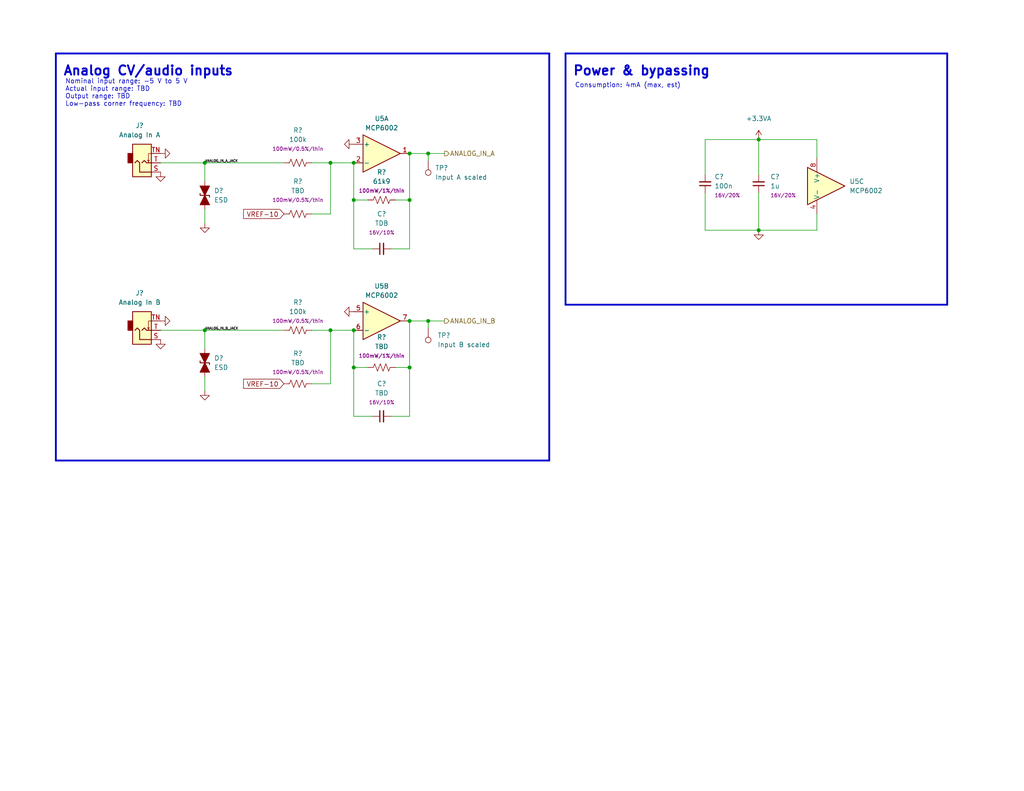
<source format=kicad_sch>
(kicad_sch (version 20230121) (generator eeschema)
  (paper "USLetter")
  (title_block (title "Big Honking Button") (date "2023-08-02") (rev "v5") (company "Winterbloom") (comment 1 "Alethea Flowers") (comment 2 "CERN-OHL-P V2"))
  (lib_symbols
    (symbol "Connector:TestPoint" (pin_numbers hide) (pin_names (offset 0.762) hide)
      (property "Reference" "TP" (at 0 6.858 0))
      (property "Value" "TestPoint" (at 0 5.08 0))
      (symbol "TestPoint_0_1"
        (circle (center 0 3.302) (radius 0.762))
      )
      (symbol "TestPoint_1_1"
        (pin passive line (at 0 0 90) (length 2.54) (name "1") (number "1"))
      )
    )
    (symbol "Device:C_Small" (pin_numbers hide) (pin_names (offset 0.254) hide)
      (property "Reference" "C" (at 0.254 1.778 0))
      (property "Value" "C_Small" (at 0.254 -2.032 0))
      (symbol "C_Small_0_1"
        (polyline (pts (xy -1.524 -0.508) (xy 1.524 -0.508)) (stroke (width 0.3302)))
        (polyline (pts (xy -1.524 0.508) (xy 1.524 0.508)) (stroke (width 0.3048)))
      )
      (symbol "C_Small_1_1"
        (pin passive line (at 0 2.54 270) (length 2.032) (name "~") (number "1"))
        (pin passive line (at 0 -2.54 90) (length 2.032) (name "~") (number "2"))
      )
    )
    (symbol "Device:D_TVS_Filled" (pin_numbers hide) (pin_names (offset 1.016) hide)
      (property "Reference" "D" (at 0 2.54 0))
      (property "Value" "D_TVS_Filled" (at 0 -2.54 0))
      (symbol "D_TVS_Filled_0_1"
        (polyline (pts (xy 1.27 0) (xy -1.27 0)))
        (polyline (pts (xy -2.54 -1.27) (xy 0 0) (xy -2.54 1.27) (xy -2.54 -1.27)) (stroke (width 0.254)) (fill (type outline)))
        (polyline (pts (xy 0.508 1.27) (xy 0 1.27) (xy 0 -1.27) (xy -0.508 -1.27)) (stroke (width 0.254)))
        (polyline (pts (xy 2.54 1.27) (xy 2.54 -1.27) (xy 0 0) (xy 2.54 1.27)) (stroke (width 0.254)) (fill (type outline)))
      )
      (symbol "D_TVS_Filled_1_1"
        (pin passive line (at -3.81 0 0) (length 2.54) (name "A1") (number "1"))
        (pin passive line (at 3.81 0 180) (length 2.54) (name "A2") (number "2"))
      )
    )
    (symbol "Device:R_US" (pin_numbers hide) (pin_names (offset 0))
      (property "Reference" "R" (at 2.54 0 90))
      (property "Value" "R_US" (at -2.54 0 90))
      (symbol "R_US_0_1"
        (polyline (pts (xy 0 -2.286) (xy 0 -2.54)))
        (polyline (pts (xy 0 2.286) (xy 0 2.54)))
        (polyline (pts (xy 0 -0.762) (xy 1.016 -1.143) (xy 0 -1.524) (xy -1.016 -1.905) (xy 0 -2.286)))
        (polyline (pts (xy 0 0.762) (xy 1.016 0.381) (xy 0 0) (xy -1.016 -0.381) (xy 0 -0.762)))
        (polyline (pts (xy 0 2.286) (xy 1.016 1.905) (xy 0 1.524) (xy -1.016 1.143) (xy 0 0.762)))
      )
      (symbol "R_US_1_1"
        (pin passive line (at 0 3.81 270) (length 1.27) (name "~") (number "1"))
        (pin passive line (at 0 -3.81 90) (length 1.27) (name "~") (number "2"))
      )
    )
    (symbol "power:+3.3VA" (power) (pin_names (offset 0))
      (property "Value" "+3.3VA" (at 0 3.556 0))
      (symbol "+3.3VA_0_1"
        (polyline (pts (xy -0.762 1.27) (xy 0 2.54)))
        (polyline (pts (xy 0 0) (xy 0 2.54)))
        (polyline (pts (xy 0 2.54) (xy 0.762 1.27)))
      )
      (symbol "+3.3VA_1_1"
        (pin power_in line (at 0 0 90) (length 0) hide (name "+3.3VA") (number "1"))
      )
    )
    (symbol "power:GND" (power) (pin_names (offset 0))
      (property "Value" "GND" (at 0 -3.81 0))
      (symbol "GND_0_1"
        (polyline (pts (xy 0 0) (xy 0 -1.27) (xy 1.27 -1.27) (xy 0 -2.54) (xy -1.27 -1.27) (xy 0 -1.27)))
      )
      (symbol "GND_1_1"
        (pin power_in line (at 0 0 270) (length 0) hide (name "GND") (number "1"))
      )
    )
    (symbol "winterbloom:Eurorack_Mono_Jack" (pin_names hide)
      (property "Reference" "J" (at 3.302 -4.064 0))
      (property "Value" "Eurorack_Mono_Jack" (at 0 5.08 0))
      (symbol "Eurorack_Mono_Jack_0_1"
        (rectangle (start -2.54 -5.08) (end 2.54 3.81) (stroke (width 0.254)) (fill (type background)))
        (polyline (pts (xy -1.778 -1.016) (xy -2.032 -0.508)))
        (polyline (pts (xy -2.54 1.27) (xy -1.778 1.27) (xy -1.778 -1.016) (xy -1.524 -0.508)))
        (polyline (pts (xy 0 -1.27) (xy -0.635 -0.635) (xy -1.27 -1.27) (xy -2.54 -1.27)) (stroke (width 0.254)))
        (polyline (pts (xy -2.54 -3.81) (xy 0.635 -3.81) (xy 0.635 -1.27) (xy 1.27 -0.635) (xy 1.905 -1.27)) (stroke (width 0.254)))
        (rectangle (start 2.54 -1.27) (end 3.81 1.27) (stroke (width 0.254)) (fill (type outline)))
      )
      (symbol "Eurorack_Mono_Jack_1_1"
        (pin passive line (at -5.08 -3.81 0) (length 2.54) (name "Sleeve") (number "S"))
        (pin passive line (at -5.08 -1.27 0) (length 2.54) (name "Tip") (number "T"))
        (pin passive line (at -5.08 1.27 0) (length 2.54) (name "Tip_normalize") (number "TN"))
      )
    )
    (symbol "winterbloom:MCP6002" (pin_names (offset 0.127))
      (property "Reference" "U" (at 1.016 3.048 0))
      (property "Value" "MCP6002" (at 0.762 -3.302 0))
      (symbol "MCP6002_1_1"
        (polyline (pts (xy -5.08 5.08) (xy 5.08 0) (xy -5.08 -5.08) (xy -5.08 5.08)) (stroke (width 0.254)) (fill (type background)))
        (pin output line (at 7.62 0 180) (length 2.54) (name "~") (number "1"))
        (pin input line (at -7.62 -2.54 0) (length 2.54) (name "-") (number "2"))
        (pin input line (at -7.62 2.54 0) (length 2.54) (name "+") (number "3"))
      )
      (symbol "MCP6002_2_1"
        (polyline (pts (xy -5.08 5.08) (xy 5.08 0) (xy -5.08 -5.08) (xy -5.08 5.08)) (stroke (width 0.254)) (fill (type background)))
        (pin input line (at -7.62 2.54 0) (length 2.54) (name "+") (number "5"))
        (pin input line (at -7.62 -2.54 0) (length 2.54) (name "-") (number "6"))
        (pin output line (at 7.62 0 180) (length 2.54) (name "~") (number "7"))
      )
      (symbol "MCP6002_3_1"
        (polyline (pts (xy -5.08 5.08) (xy 5.08 0) (xy -5.08 -5.08) (xy -5.08 5.08)) (stroke (width 0.254)) (fill (type background)))
        (pin power_in line (at -2.54 -7.62 90) (length 3.81) (name "V-") (number "4"))
        (pin power_in line (at -2.54 7.62 270) (length 3.81) (name "V+") (number "8"))
      )
    )
  )
  (junction (at 111.76 54.61))
  (junction (at 111.76 100.33))
  (junction (at 96.52 90.17))
  (junction (at 111.76 87.63))
  (junction (at 90.17 90.17))
  (junction (at 96.52 44.45))
  (junction (at 96.52 54.61))
  (junction (at 207.01 62.865))
  (junction (at 55.88 44.45))
  (junction (at 116.84 87.63))
  (junction (at 96.52 100.33))
  (junction (at 116.84 41.91))
  (junction (at 55.88 90.17))
  (junction (at 90.17 44.45))
  (junction (at 207.01 38.1))
  (junction (at 111.76 41.91))
  (wire (pts (xy 43.815 90.17) (xy 55.88 90.17)))
  (wire (pts (xy 90.17 104.775) (xy 90.17 90.17)))
  (wire (pts (xy 85.09 104.775) (xy 90.17 104.775)))
  (wire (pts (xy 90.17 58.42) (xy 90.17 44.45)))
  (wire (pts (xy 116.84 89.535) (xy 116.84 87.63)))
  (wire (pts (xy 116.84 41.91) (xy 121.285 41.91)))
  (wire (pts (xy 207.01 62.865) (xy 222.885 62.865)))
  (polyline (pts (xy 15.24 14.605) (xy 15.24 125.73)) (stroke (width 0.5) (type solid)))
  (wire (pts (xy 55.88 90.17) (xy 77.47 90.17)))
  (wire (pts (xy 90.17 90.17) (xy 96.52 90.17)))
  (wire (pts (xy 192.405 47.625) (xy 192.405 38.1)))
  (wire (pts (xy 192.405 52.705) (xy 192.405 62.865)))
  (wire (pts (xy 101.6 67.945) (xy 96.52 67.945)))
  (wire (pts (xy 85.09 58.42) (xy 90.17 58.42)))
  (polyline (pts (xy 154.305 14.605) (xy 154.305 83.185)) (stroke (width 0.5) (type solid)))
  (wire (pts (xy 111.76 54.61) (xy 111.76 41.91)))
  (wire (pts (xy 222.885 38.1) (xy 207.01 38.1)))
  (wire (pts (xy 85.09 44.45) (xy 90.17 44.45)))
  (wire (pts (xy 222.885 58.42) (xy 222.885 62.865)))
  (wire (pts (xy 222.885 38.1) (xy 222.885 43.18)))
  (polyline (pts (xy 154.305 14.605) (xy 258.445 14.605)) (stroke (width 0.5) (type solid)))
  (wire (pts (xy 192.405 38.1) (xy 207.01 38.1)))
  (wire (pts (xy 207.01 52.705) (xy 207.01 62.865)))
  (wire (pts (xy 96.52 67.945) (xy 96.52 54.61)))
  (polyline (pts (xy 258.445 83.185) (xy 154.305 83.185)) (stroke (width 0.5) (type solid)))
  (wire (pts (xy 55.88 90.17) (xy 55.88 95.25)))
  (wire (pts (xy 106.68 67.945) (xy 111.76 67.945)))
  (wire (pts (xy 111.76 100.33) (xy 111.76 87.63)))
  (wire (pts (xy 207.01 38.1) (xy 207.01 47.625)))
  (wire (pts (xy 96.52 100.33) (xy 100.33 100.33)))
  (polyline (pts (xy 258.445 14.605) (xy 258.445 83.185)) (stroke (width 0.5) (type solid)))
  (wire (pts (xy 101.6 113.665) (xy 96.52 113.665)))
  (wire (pts (xy 106.68 113.665) (xy 111.76 113.665)))
  (wire (pts (xy 96.52 54.61) (xy 100.33 54.61)))
  (polyline (pts (xy 15.24 14.605) (xy 149.86 14.605)) (stroke (width 0.5) (type solid)))
  (wire (pts (xy 111.76 67.945) (xy 111.76 54.61)))
  (wire (pts (xy 107.95 100.33) (xy 111.76 100.33)))
  (wire (pts (xy 111.76 41.91) (xy 116.84 41.91)))
  (wire (pts (xy 107.95 54.61) (xy 111.76 54.61)))
  (wire (pts (xy 111.76 87.63) (xy 116.84 87.63)))
  (wire (pts (xy 90.17 44.45) (xy 96.52 44.45)))
  (wire (pts (xy 111.76 113.665) (xy 111.76 100.33)))
  (wire (pts (xy 55.88 57.15) (xy 55.88 60.96)))
  (wire (pts (xy 43.815 44.45) (xy 55.88 44.45)))
  (wire (pts (xy 55.88 102.87) (xy 55.88 106.68)))
  (polyline (pts (xy 149.86 125.73) (xy 15.24 125.73)) (stroke (width 0.5) (type solid)))
  (wire (pts (xy 96.52 44.45) (xy 96.52 54.61)))
  (wire (pts (xy 55.88 44.45) (xy 55.88 49.53)))
  (wire (pts (xy 192.405 62.865) (xy 207.01 62.865)))
  (wire (pts (xy 96.52 113.665) (xy 96.52 100.33)))
  (polyline (pts (xy 149.86 14.605) (xy 149.86 125.73)) (stroke (width 0.5) (type solid)))
  (wire (pts (xy 116.84 87.63) (xy 121.285 87.63)))
  (wire (pts (xy 55.88 44.45) (xy 77.47 44.45)))
  (wire (pts (xy 85.09 90.17) (xy 90.17 90.17)))
  (wire (pts (xy 116.84 41.91) (xy 116.84 43.815)))
  (wire (pts (xy 96.52 90.17) (xy 96.52 100.33)))
  (text "Nominal input range: -5 V to 5 V\nActual input range: TBD\nOutput range: TBD\nLow-pass corner frequency: TBD\n" (at 17.78 29.21 0) (effects (font (size 1.27 1.27)) (justify left bottom)))
  (text "Consumption: 4mA (max, est)" (at 156.845 24.13 0) (effects (font (size 1.27 1.27)) (justify left bottom)))
  (text "Analog CV/audio inputs" (at 17.145 20.955 0) (effects (font (size 2.54 2.54) (thickness 0.508) bold) (justify left bottom)))
  (text "Power & bypassing" (at 156.21 20.955 0) (effects (font (size 2.54 2.54) (thickness 0.508) bold) (justify left bottom)))
  (label "ANALOG_IN_B_JACK" (at 55.88 90.17 0) (effects (font (size 0.64 0.64))))
  (label "ANALOG_IN_A_JACK" (at 55.88 44.45 0) (effects (font (size 0.64 0.64))))
  (global_label "VREF-10" (shape input) (at 77.47 58.42 180) (property "Intersheetrefs" "${INTERSHEET_REFS}" (effects hide)))
  (global_label "VREF-10" (shape input) (at 77.47 104.775 180) (property "Intersheetrefs" "${INTERSHEET_REFS}" (effects hide)))
  (hierarchical_label "ANALOG_IN_A" (shape output) (at 121.285 41.91 0))
  (hierarchical_label "ANALOG_IN_B" (shape output) (at 121.285 87.63 0))
  (symbol (lib_id "Device:C_Small") (at 104.14 67.945 90) (unit 1)
    (property "Reference" "C?" (at 104.1463 58.42 90))
    (property "Value" "TDB" (at 104.1463 60.96 90))
    (property "Footprint" "winterbloom:C_0603_HandSolder" (effects hide))
    (property "MPN" "GRM155R71H222KA01D" (effects hide))
    (property "Notes" "CV filter" (effects hide))
    (property "Rating" "16V/10%" (at 104.1463 63.5 90) (effects (font (size 1 1))))
    (instances (project "mainboard" (path "" (reference "C?") (unit 1))) (project "board" (path "" (reference "C16") (unit 1))))
  )
  (symbol (lib_id "Device:C_Small") (at 104.14 113.665 90) (unit 1)
    (property "Reference" "C?" (at 104.1463 104.775 90))
    (property "Value" "TBD" (at 104.1463 107.315 90))
    (property "Footprint" "winterbloom:C_0603_HandSolder" (effects hide))
    (property "MPN" "GRM155R71H222KA01D" (effects hide))
    (property "Notes" "CV filter" (effects hide))
    (property "Rating" "16V/10%" (at 104.1463 109.855 90) (effects (font (size 1 1))))
    (instances (project "mainboard" (path "" (reference "C?") (unit 1))) (project "board" (path "" (reference "C17") (unit 1))))
  )
  (symbol (lib_id "power:GND") (at 96.52 39.37 270) (unit 1)
    (property "Reference" "#PWR?" (effects hide))
    (property "Value" "GND" (effects hide))
    (instances (project "mainboard" (path "" (reference "#PWR?") (unit 1))) (project "board" (path "" (reference "#PWR0124") (unit 1))))
  )
  (symbol (lib_id "Device:R_US") (at 81.28 90.17 270) (unit 1)
    (property "Reference" "R?" (at 81.28 82.55 90))
    (property "Value" "100k" (at 81.28 85.09 90))
    (property "Footprint" "winterbloom:R_0603_HandSolder" (effects hide))
    (property "MPN" "RC0402DR-07100KL" (effects hide))
    (property "Notes" "Low frequency analog input" (effects hide))
    (property "Rating" "100mW/0.5%/thin" (at 81.28 87.63 90) (effects (font (size 1 1))))
    (instances (project "mainboard" (path "" (reference "R?") (unit 1))) (project "board" (path "" (reference "R8") (unit 1))))
  )
  (symbol (lib_id "Device:R_US") (at 104.14 100.33 270) (unit 1)
    (property "Reference" "R?" (at 104.14 92.075 90))
    (property "Value" "TBD" (at 104.14 94.615 90))
    (property "Footprint" "winterbloom:R_0603_HandSolder" (effects hide))
    (property "MPN" "RT0402BRD0761K9L,  ERA-2AEB6192X" (effects hide))
    (property "Notes" "Low frequency analog input" (effects hide))
    (property "Rating" "100mW/1%/thin" (at 104.14 97.155 90) (effects (font (size 1 1))))
    (instances (project "mainboard" (path "" (reference "R?") (unit 1))) (project "board" (path "" (reference "R10") (unit 1))))
  )
  (symbol (lib_id "power:GND") (at 43.815 87.63 90) (unit 1)
    (property "Reference" "#PWR?" (effects hide))
    (property "Value" "GND" (effects hide))
    (instances (project "mainboard" (path "" (reference "#PWR?") (unit 1))) (project "board" (path "" (reference "#PWR0118") (unit 1))))
  )
  (symbol (lib_id "Device:R_US") (at 81.28 104.775 270) (unit 1)
    (property "Reference" "R?" (at 81.28 96.52 90))
    (property "Value" "TBD" (at 81.28 99.06 90))
    (property "Footprint" "winterbloom:R_0603_HandSolder" (effects hide))
    (property "MPN" "RP73PF1E196KBTD, RK73H1ETTP1963F" (effects hide))
    (property "Notes" "Low frequency analog input" (effects hide))
    (property "Rating" "100mW/0.5%/thin" (at 81.28 101.6 90) (effects (font (size 1 1))))
    (instances (project "mainboard" (path "" (reference "R?") (unit 1))) (project "board" (path "" (reference "R9") (unit 1))))
  )
  (symbol (lib_id "power:GND") (at 55.88 60.96 0) (unit 1)
    (property "Reference" "#PWR?" (effects hide))
    (property "Value" "GND" (effects hide))
    (instances (project "mainboard" (path "" (reference "#PWR?") (unit 1))) (project "board" (path "" (reference "#PWR0117") (unit 1))))
  )
  (symbol (lib_id "winterbloom:Eurorack_Mono_Jack") (at 38.735 43.18 0) (mirror y) (unit 1)
    (property "Reference" "J?" (at 38.1 34.29 0))
    (property "Value" "Analog In A" (at 38.1 36.83 0))
    (property "Footprint" "winterbloom:AudioJack_WQP518MA" (effects hide))
    (property "Datasheet" "http://www.qingpu-electronics.com/en/products/WQP-PJ398SM-362.html" (effects hide))
    (property "MPN" "WQP-WQP518MA" (effects hide))
    (instances (project "mainboard" (path "" (reference "J?") (unit 1))) (project "board" (path "" (reference "J2") (unit 1))))
  )
  (symbol (lib_id "winterbloom:Eurorack_Mono_Jack") (at 38.735 88.9 0) (mirror y) (unit 1)
    (property "Reference" "J?" (at 38.1 80.01 0))
    (property "Value" "Analog In B" (at 38.1 82.55 0))
    (property "Footprint" "winterbloom:AudioJack_WQP518MA" (effects hide))
    (property "Datasheet" "http://www.qingpu-electronics.com/en/products/WQP-PJ398SM-362.html" (effects hide))
    (property "MPN" "WQP-WQP518MA" (effects hide))
    (instances (project "mainboard" (path "" (reference "J?") (unit 1))) (project "board" (path "" (reference "J3") (unit 1))))
  )
  (symbol (lib_id "power:GND") (at 55.88 106.68 0) (unit 1)
    (property "Reference" "#PWR?" (effects hide))
    (property "Value" "GND" (effects hide))
    (instances (project "mainboard" (path "" (reference "#PWR?") (unit 1))) (project "board" (path "" (reference "#PWR0120") (unit 1))))
  )
  (symbol (lib_id "power:GND") (at 96.52 85.09 270) (unit 1)
    (property "Reference" "#PWR?" (effects hide))
    (property "Value" "GND" (effects hide))
    (instances (project "mainboard" (path "" (reference "#PWR?") (unit 1))) (project "board" (path "" (reference "#PWR0123") (unit 1))))
  )
  (symbol (lib_id "winterbloom:MCP6002") (at 104.14 87.63 0) (unit 2)
    (property "Reference" "U5" (at 104.14 78.105 0))
    (property "Value" "MCP6002" (at 104.14 80.645 0))
    (property "Footprint" "Package_SO:MSOP-8_3x3mm_P0.65mm" (effects hide))
    (property "Datasheet" "https://ww1.microchip.com/downloads/en/DeviceDoc/MCP6001-1R-1U-2-4-1-MHz-Low-Power-Op-Amp-DS20001733L.pdf" (effects hide))
    (property "MPN" " MCP6002T-I/MS, MCP6002-I/MS,  MCP6002T-E/MS, MCP6002-E/MS" (effects hide))
  )
  (symbol (lib_id "winterbloom:MCP6002") (at 104.14 41.91 0) (unit 1)
    (property "Reference" "U5" (at 104.14 32.385 0))
    (property "Value" "MCP6002" (at 104.14 34.925 0))
    (property "Footprint" "Package_SO:MSOP-8_3x3mm_P0.65mm" (effects hide))
    (property "Datasheet" "https://ww1.microchip.com/downloads/en/DeviceDoc/MCP6001-1R-1U-2-4-1-MHz-Low-Power-Op-Amp-DS20001733L.pdf" (effects hide))
    (property "MPN" " MCP6002T-I/MS, MCP6002-I/MS,  MCP6002T-E/MS, MCP6002-E/MS" (effects hide))
  )
  (symbol (lib_id "Device:C_Small") (at 192.405 50.165 180) (unit 1)
    (property "Reference" "C?" (at 194.945 48.2535 0) (effects (justify right)))
    (property "Value" "100n" (at 194.945 50.7935 0) (effects (justify right)))
    (property "Footprint" "winterbloom:C_0603_HandSolder" (effects hide))
    (property "MPN" "CL05B104KO5NNNC" (effects hide))
    (property "Notes" "Bypass" (effects hide))
    (property "MacroFab MPN" "MF-CAP-0402-0.1uF" (effects hide))
    (property "Rating" "16V/20%" (at 194.945 53.3336 0) (effects (font (size 1 1)) (justify right)))
    (instances (project "mainboard" (path "" (reference "C?") (unit 1))) (project "board" (path "" (reference "C18") (unit 1))))
  )
  (symbol (lib_id "Device:D_TVS_Filled") (at 55.88 53.34 90) (unit 1)
    (property "Reference" "D?" (at 58.42 52.0699 90) (effects (justify right)))
    (property "Value" "ESD" (at 58.42 54.6099 90) (effects (justify right)))
    (property "Footprint" "winterbloom:C_0603_HandSolder" (effects hide))
    (property "MPN" "B72500T0250K060" (effects hide))
    (property "Notes" "ESD diode, ceradiode, MOV, or small capacitor" (effects hide))
    (property "Rating" "20V+" (effects hide))
    (instances (project "mainboard" (path "" (reference "D?") (unit 1))) (project "board" (path "" (reference "D4") (unit 1))))
  )
  (symbol (lib_id "Device:R_US") (at 81.28 44.45 270) (unit 1)
    (property "Reference" "R?" (at 81.28 35.56 90))
    (property "Value" "100k" (at 81.28 38.1 90))
    (property "Footprint" "winterbloom:R_0603_HandSolder" (effects hide))
    (property "MPN" "RC0402DR-07100KL" (effects hide))
    (property "Notes" "Low frequency analog input" (effects hide))
    (property "Rating" "100mW/0.5%/thin" (at 81.28 40.64 90) (effects (font (size 1 1))))
    (instances (project "mainboard" (path "" (reference "R?") (unit 1))) (project "board" (path "" (reference "R5") (unit 1))))
  )
  (symbol (lib_id "power:GND") (at 43.815 46.99 0) (unit 1)
    (property "Reference" "#PWR?" (effects hide))
    (property "Value" "GND" (effects hide))
    (instances (project "mainboard" (path "" (reference "#PWR?") (unit 1))) (project "board" (path "" (reference "#PWR0115") (unit 1))))
  )
  (symbol (lib_id "Device:R_US") (at 104.14 54.61 270) (unit 1)
    (property "Reference" "R?" (at 104.14 46.99 90))
    (property "Value" "61k9" (at 104.14 49.53 90))
    (property "Footprint" "winterbloom:R_0603_HandSolder" (effects hide))
    (property "MPN" "RT0402BRD0761K9L,  ERA-2AEB6192X" (effects hide))
    (property "Notes" "Low frequency analog input" (effects hide))
    (property "Rating" "100mW/1%/thin" (at 104.14 52.07 90) (effects (font (size 1 1))))
    (instances (project "mainboard" (path "" (reference "R?") (unit 1))) (project "board" (path "" (reference "R7") (unit 1))))
  )
  (symbol (lib_id "power:GND") (at 207.01 62.865 0) (unit 1)
    (property "Reference" "#PWR?" (effects hide))
    (property "Value" "GND" (effects hide))
    (instances (project "mainboard" (path "" (reference "#PWR?") (unit 1))) (project "board" (path "" (reference "#PWR0122") (unit 1))))
  )
  (symbol (lib_id "winterbloom:MCP6002") (at 225.425 50.8 0) (unit 3)
    (property "Reference" "U5" (at 231.775 49.53 0) (effects (justify left)))
    (property "Value" "MCP6002" (at 231.775 52.07 0) (effects (justify left)))
    (property "Footprint" "Package_SO:MSOP-8_3x3mm_P0.65mm" (effects hide))
    (property "Datasheet" "https://ww1.microchip.com/downloads/en/DeviceDoc/MCP6001-1R-1U-2-4-1-MHz-Low-Power-Op-Amp-DS20001733L.pdf" (effects hide))
    (property "MPN" " MCP6002T-I/MS, MCP6002-I/MS,  MCP6002T-E/MS, MCP6002-E/MS" (effects hide))
  )
  (symbol (lib_id "power:GND") (at 43.815 41.91 90) (unit 1)
    (property "Reference" "#PWR?" (effects hide))
    (property "Value" "GND" (effects hide))
    (instances (project "mainboard" (path "" (reference "#PWR?") (unit 1))) (project "board" (path "" (reference "#PWR0119") (unit 1))))
  )
  (symbol (lib_id "power:+3.3VA") (at 207.01 38.1 0) (unit 1)
    (property "Reference" "#PWR?" (effects hide))
    (property "Value" "+3.3VA" (at 207.01 32.385 0))
    (instances (project "mainboard" (path "" (reference "#PWR?") (unit 1))) (project "board" (path "" (reference "#PWR0121") (unit 1))))
  )
  (symbol (lib_id "Connector:TestPoint") (at 116.84 89.535 180) (unit 1)
    (property "Reference" "TP?" (at 119.38 91.567 0) (effects (justify right)))
    (property "Value" "Input B scaled" (at 119.38 94.107 0) (effects (justify right)))
    (property "Footprint" "TestPoint:TestPoint_Pad_D1.0mm" (effects hide))
    (property "DNP" "1" (effects hide))
    (instances (project "mainboard" (path "" (reference "TP?") (unit 1))) (project "board" (path "" (reference "TP?") (unit 1)) (path "" (reference "TP11") (unit 1))))
  )
  (symbol (lib_id "Device:C_Small") (at 207.01 50.165 180) (unit 1)
    (property "Reference" "C?" (at 210.185 48.2535 0) (effects (justify right)))
    (property "Value" "1u" (at 210.185 50.7935 0) (effects (justify right)))
    (property "Footprint" "winterbloom:C_0603_HandSolder" (effects hide))
    (property "MPN" "CL05A105KO5NNNC" (effects hide))
    (property "Notes" "Bypass" (effects hide))
    (property "MacroFab MPN" "MF-CAP-0402-1uF" (effects hide))
    (property "Rating" "16V/20%" (at 210.185 53.3336 0) (effects (font (size 1 1)) (justify right)))
    (instances (project "mainboard" (path "" (reference "C?") (unit 1))) (project "board" (path "" (reference "C19") (unit 1))))
  )
  (symbol (lib_id "Connector:TestPoint") (at 116.84 43.815 180) (unit 1)
    (property "Reference" "TP?" (at 118.745 45.847 0) (effects (justify right)))
    (property "Value" "Input A scaled" (at 118.745 48.387 0) (effects (justify right)))
    (property "Footprint" "TestPoint:TestPoint_Pad_D1.0mm" (effects hide))
    (property "DNP" "1" (effects hide))
    (instances (project "mainboard" (path "" (reference "TP?") (unit 1))) (project "board" (path "" (reference "TP?") (unit 1)) (path "" (reference "TP10") (unit 1))))
  )
  (symbol (lib_id "Device:R_US") (at 81.28 58.42 270) (unit 1)
    (property "Reference" "R?" (at 81.28 49.53 90))
    (property "Value" "TBD" (at 81.28 52.07 90))
    (property "Footprint" "winterbloom:R_0603_HandSolder" (effects hide))
    (property "MPN" "RP73PF1E196KBTD, RK73H1ETTP1963F" (effects hide))
    (property "Notes" "Low frequency analog input" (effects hide))
    (property "Rating" "100mW/0.5%/thin" (at 81.28 54.61 90) (effects (font (size 1 1))))
    (instances (project "mainboard" (path "" (reference "R?") (unit 1))) (project "board" (path "" (reference "R6") (unit 1))))
  )
  (symbol (lib_id "power:GND") (at 43.815 92.71 0) (unit 1)
    (property "Reference" "#PWR?" (effects hide))
    (property "Value" "GND" (effects hide))
    (instances (project "mainboard" (path "" (reference "#PWR?") (unit 1))) (project "board" (path "" (reference "#PWR0116") (unit 1))))
  )
  (symbol (lib_id "Device:D_TVS_Filled") (at 55.88 99.06 90) (unit 1)
    (property "Reference" "D?" (at 58.42 97.7899 90) (effects (justify right)))
    (property "Value" "ESD" (at 58.42 100.3299 90) (effects (justify right)))
    (property "Footprint" "winterbloom:C_0603_HandSolder" (effects hide))
    (property "MPN" "B72500T0250K060" (effects hide))
    (property "Notes" "ESD diode, ceradiode, MOV, or small capacitor" (effects hide))
    (property "Rating" "20V+" (effects hide))
    (instances (project "mainboard" (path "" (reference "D?") (unit 1))) (project "board" (path "" (reference "D5") (unit 1))))
  )
)
</source>
